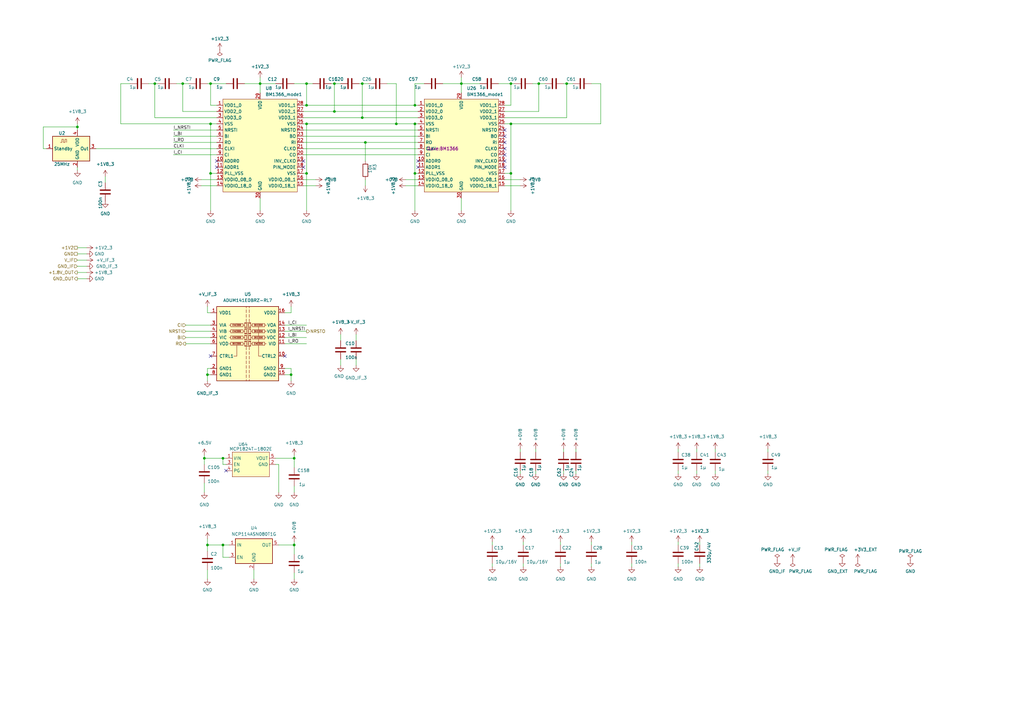
<source format=kicad_sch>
(kicad_sch (version 20231120) (generator "eeschema") (generator_version "8.0")
  (paper "A3")
  (lib_symbols
    (symbol "Device:C" (pin_numbers hide) (pin_names (offset 0.254))
      (property "Reference" "C" (at 0.635 2.54 0))
      (property "Value" "C" (at 0.635 -2.54 0))
      (symbol "C_1_1"
        (pin passive line (at 0 3.81 270) (length 2.794) (name "~") (number "1"))
        (pin passive line (at 0 -3.81 90) (length 2.794) (name "~") (number "2"))
      )
    )
    (symbol "Device:R" (pin_numbers hide) (pin_names (offset 0))
      (property "Reference" "R" (at 2.032 0 90))
      (property "Value" "R" (at 0 0 90))
      (symbol "R_1_1"
        (pin passive line (at 0 3.81 270) (length 1.27) (name "~") (number "1"))
        (pin passive line (at 0 -3.81 90) (length 1.27) (name "~") (number "2"))
      )
    )
    (symbol "GND_1" (power) (pin_names (offset 0))
      (property "Value" "GND_1" (at 0 -3.81 0))
      (symbol "GND_1_1_1"
        (pin power_in line (at 0 0 270) (length 0) hide (name "GND") (number "1"))
      )
    )
    (symbol "GND_2" (power) (pin_names (offset 0))
      (property "Value" "GND_2" (at 0 -3.81 0))
      (symbol "GND_2_1_1"
        (pin power_in line (at 0 0 270) (length 0) hide (name "GND") (number "1"))
      )
    )
    (symbol "GND_3" (power) (pin_names (offset 0))
      (property "Value" "GND_3" (at 0 -3.81 0))
      (symbol "GND_3_1_1"
        (pin power_in line (at 0 0 270) (length 0) hide (name "GND") (number "1"))
      )
    )
    (symbol "GND_5" (power) (pin_names (offset 0))
      (property "Value" "GND_5" (at 0 -3.81 0))
      (symbol "GND_5_1_1"
        (pin power_in line (at 0 0 270) (length 0) hide (name "GND") (number "1"))
      )
    )
    (symbol "GND_7" (power) (pin_names (offset 0))
      (property "Value" "GND_7" (at 0 -3.81 0))
      (symbol "GND_7_1_1"
        (pin power_in line (at 0 0 270) (length 0) hide (name "GND") (number "1"))
      )
    )
    (symbol "GND_8" (power) (pin_names (offset 0))
      (property "Value" "GND_8" (at 0 -3.81 0))
      (symbol "GND_8_1_1"
        (pin power_in line (at 0 0 270) (length 0) hide (name "GND") (number "1"))
      )
    )
    (symbol "Isolator:ADuM1411" (pin_names (offset 1.016))
      (property "Reference" "U" (at 0 19.05 0))
      (property "Value" "ADuM1411" (at 0 16.51 0))
      (symbol "ADuM1411_0_0"
        (text "DECODE" (at -4.445 0 0) (effects (font (size 0.635 0.635))))
        (text "DECODE" (at 4.445 2.54 0) (effects (font (size 0.635 0.635))))
        (text "DECODE" (at 4.445 5.08 0) (effects (font (size 0.635 0.635))))
        (text "DECODE" (at 4.445 7.62 0) (effects (font (size 0.635 0.635))))
        (text "ENCODE" (at -4.445 2.54 0) (effects (font (size 0.635 0.635))))
        (text "ENCODE" (at -4.445 5.08 0) (effects (font (size 0.635 0.635))))
        (text "ENCODE" (at -4.445 7.62 0) (effects (font (size 0.635 0.635))))
        (text "ENCODE" (at 4.445 0 0) (effects (font (size 0.635 0.635))))
      )
      (symbol "ADuM1411_1_1"
        (pin power_in line (at -15.24 12.7 0) (length 2.54) (name "VDD1") (number "1"))
        (pin input line (at 15.24 -5.08 180) (length 2.54) (name "CTRL2") (number "10"))
        (pin input line (at 15.24 0 180) (length 2.54) (name "VID") (number "11"))
        (pin output line (at 15.24 2.54 180) (length 2.54) (name "VOC") (number "12"))
        (pin output line (at 15.24 5.08 180) (length 2.54) (name "VOB") (number "13"))
        (pin output line (at 15.24 7.62 180) (length 2.54) (name "VOA") (number "14"))
        (pin power_in line (at 15.24 -12.7 180) (length 2.54) (name "GND2") (number "15"))
        (pin power_in line (at 15.24 12.7 180) (length 2.54) (name "VDD2") (number "16"))
        (pin power_in line (at -15.24 -10.16 0) (length 2.54) (name "GND1") (number "2"))
        (pin input line (at -15.24 7.62 0) (length 2.54) (name "VIA") (number "3"))
        (pin input line (at -15.24 5.08 0) (length 2.54) (name "VIB") (number "4"))
        (pin input line (at -15.24 2.54 0) (length 2.54) (name "VIC") (number "5"))
        (pin output line (at -15.24 0 0) (length 2.54) (name "VOD") (number "6"))
        (pin input line (at -15.24 -5.08 0) (length 2.54) (name "CTRL1") (number "7"))
        (pin power_in line (at -15.24 -12.7 0) (length 2.54) (name "GND1") (number "8"))
        (pin power_in line (at 15.24 -10.16 180) (length 2.54) (name "GND2") (number "9"))
      )
    )
    (symbol "Oscillator:ASDMB-xxxMHz"
      (property "Reference" "U" (at -6.35 6.35 0))
      (property "Value" "ASDMB-xxxMHz" (at 11.43 6.35 0))
      (symbol "ASDMB-xxxMHz_1_1"
        (pin input line (at -10.16 0 0) (length 2.54) (name "Standby") (number "1"))
        (pin power_in line (at 2.54 -7.62 90) (length 2.54) (name "GND") (number "2"))
        (pin output line (at 10.16 0 180) (length 2.54) (name "Out") (number "3"))
        (pin power_in line (at 2.54 7.62 270) (length 2.54) (name "VDD") (number "4"))
      )
    )
    (symbol "bitaxe:MCP1824"
      (property "Reference" "U7" (at -3.175 6.985 0))
      (property "Value" "MCP1824T-1802E" (at 0 5.08 0))
      (symbol "MCP1824_1_0"
        (pin power_in line (at -10.16 1.27 0) (length 2.54) (name "VIN") (number "1"))
        (pin power_in line (at 10.16 -1.27 180) (length 2.54) (name "GND") (number "2"))
        (pin input line (at -10.16 -1.27 0) (length 2.54) (name "EN") (number "3"))
        (pin bidirectional line (at -10.16 -3.81 0) (length 2.54) (name "PG") (number "4"))
        (pin power_out line (at 10.16 1.27 180) (length 2.54) (name "VOUT") (number "5"))
      )
    )
    (symbol "mylib7:+0V8_3" (in_bom no) (on_board no)
      (property "Value" "+0V8" (at 0 3.175 90))
      (symbol "+0V8_3_1_1"
        (pin power_in line (at 0 0 90) (length 0) hide (name "+0V8_3") (number "1"))
      )
    )
    (symbol "mylib7:+1V2_3" (power) (pin_names (offset 0))
      (property "Value" "+1V2_3" (at 0 4.445 0))
      (symbol "+1V2_3_1_1"
        (pin power_in line (at 0 0 90) (length 0) hide (name "+1V2_3") (number "1"))
      )
    )
    (symbol "mylib7:+1V8_3" (power) (pin_names (offset 0))
      (property "Value" "+1V8_3" (at 0 5.08 0))
      (symbol "+1V8_3_1_1"
        (pin power_in line (at 0 0 90) (length 0) hide (name "+1V8_3") (number "1"))
      )
    )
    (symbol "mylib7:+3V3_EXT" (power) (pin_names (offset 0))
      (property "Value" "+3V3_EXT" (at 0 4.445 0))
      (symbol "+3V3_EXT_1_1"
        (pin power_in line (at 0 0 90) (length 0) hide (name "+3V3_EXT") (number "1"))
      )
    )
    (symbol "mylib7:+6.5V" (power) (pin_names (offset 0))
      (property "Value" "+6.5V" (at 0 4.445 0))
      (symbol "+6.5V_1_1"
        (pin power_in line (at 0 0 90) (length 0) hide (name "+5V") (number "1"))
      )
    )
    (symbol "mylib7:+V_IF" (power) (pin_names (offset 0))
      (property "Value" "+V_IF" (at 0 5.08 0))
      (symbol "+V_IF_1_1"
        (pin power_in line (at 0 0 90) (length 0) hide (name "+V_IF") (number "1"))
      )
    )
    (symbol "mylib7:+V_IF_3" (power) (pin_names (offset 0))
      (property "Value" "+V_IF_3" (at 0 5.08 0))
      (symbol "+V_IF_3_1_1"
        (pin power_in line (at 0 0 90) (length 0) hide (name "+V_IF_2") (number "1"))
      )
    )
    (symbol "mylib7:BM1366_mode1"
      (property "Reference" "U8" (at 1.9559 24.13 0))
      (property "Value" "BM1366_mode1" (at 1.9559 21.59 0))
      (symbol "BM1366_mode1_1_1"
        (pin input line (at -17.78 17.78 0) (length 2.54) (name "VDD1_0") (number "1"))
        (pin input line (at -17.78 -5.08 0) (length 2.54) (name "ADDR0") (number "10"))
        (pin input line (at -17.78 -7.62 0) (length 2.54) (name "ADDR1") (number "11"))
        (pin power_in line (at -17.78 -10.16 0) (length 2.54) (name "PLL_VSS") (number "12"))
        (pin power_in line (at -17.78 -12.7 0) (length 2.54) (name "VDDIO_08_0") (number "13"))
        (pin power_in line (at -17.78 -15.24 0) (length 2.54) (name "VDDIO_18_0") (number "14"))
        (pin power_in line (at 17.78 -15.24 180) (length 2.54) (name "VDDIO_18_1") (number "15"))
        (pin power_in line (at 17.78 -12.7 180) (length 2.54) (name "VDDIO_08_1") (number "16"))
        (pin power_in line (at 17.78 -10.16 180) (length 2.54) (name "VSS") (number "17"))
        (pin input line (at 17.78 -7.62 180) (length 2.54) (name "PIN_MODE") (number "18"))
        (pin input line (at 17.78 -5.08 180) (length 2.54) (name "INV_CLKO") (number "19"))
        (pin input line (at -17.78 15.24 0) (length 2.54) (name "VDD2_0") (number "2"))
        (pin output line (at 17.78 -2.54 180) (length 2.54) (name "CO") (number "20"))
        (pin output line (at 17.78 0 180) (length 2.54) (name "CLKO") (number "21"))
        (pin input line (at 17.78 2.54 180) (length 2.54) (name "RI") (number "22"))
        (pin output line (at 17.78 5.08 180) (length 2.54) (name "BO") (number "23"))
        (pin output line (at 17.78 7.62 180) (length 2.54) (name "NRSTO") (number "24"))
        (pin input line (at 17.78 10.16 180) (length 2.54) (name "VSS") (number "25"))
        (pin input line (at 17.78 12.7 180) (length 2.54) (name "VDD3_1") (number "26"))
        (pin input line (at 17.78 15.24 180) (length 2.54) (name "VDD2_1") (number "27"))
        (pin input line (at 17.78 17.78 180) (length 2.54) (name "VDD1_1") (number "28"))
        (pin power_in line (at 0 22.86 270) (length 2.54) (name "VDD") (number "29"))
        (pin input line (at -17.78 12.7 0) (length 2.54) (name "VDD3_0") (number "3"))
        (pin power_in line (at 0 -20.32 90) (length 2.54) (name "GND") (number "30"))
        (pin input line (at -17.78 10.16 0) (length 2.54) (name "VSS") (number "4"))
        (pin input line (at -17.78 7.62 0) (length 2.54) (name "NRSTI") (number "5"))
        (pin input line (at -17.78 5.08 0) (length 2.54) (name "BI") (number "6"))
        (pin output line (at -17.78 2.54 0) (length 2.54) (name "RO") (number "7"))
        (pin input line (at -17.78 0 0) (length 2.54) (name "CLKI") (number "8"))
        (pin input line (at -17.78 -2.54 0) (length 2.54) (name "CI") (number "9"))
      )
    )
    (symbol "mylib7:GND_EXT" (power) (pin_names (offset 0))
      (property "Value" "GND_EXT" (at 0 -5.08 0))
      (symbol "GND_EXT_1_1"
        (pin power_in line (at 0 0 270) (length 0) hide (name "GND_EXT") (number "1"))
      )
    )
    (symbol "mylib7:GND_IF" (power) (pin_names (offset 0))
      (property "Value" "GND_IF" (at 0 -5.08 0))
      (symbol "GND_IF_1_1"
        (pin power_in line (at 0 0 270) (length 0) hide (name "GND_IF") (number "1"))
      )
    )
    (symbol "mylib7:GND_IF_3" (power) (pin_names (offset 0))
      (property "Value" "GND_IF_3" (at 0 -5.08 0))
      (symbol "GND_IF_3_1_1"
        (pin power_in line (at 0 0 270) (length 0) hide (name "GND_IF_2") (number "1"))
      )
    )
    (symbol "mylib7:NCP114-SN"
      (property "Reference" "U4" (at 0 9.525 0))
      (property "Value" "NCP115-SN" (at 0 6.985 0))
      (symbol "NCP114-SN_1_1"
        (pin power_in line (at -10.16 2.54 0) (length 2.54) (name "IN") (number "1"))
        (pin power_in line (at 0 -7.62 90) (length 2.54) (name "GND") (number "2"))
        (pin input line (at -10.16 -2.54 0) (length 2.54) (name "EN") (number "3"))
        (pin power_out line (at 10.16 2.54 180) (length 2.54) (name "OUT") (number "5"))
      )
    )
    (symbol "power:GND" (power) (pin_names (offset 0))
      (property "Value" "GND" (at 0 -3.81 0))
      (symbol "GND_1_1"
        (pin power_in line (at 0 0 270) (length 0) hide (name "GND") (number "1"))
      )
    )
    (symbol "power:PWR_FLAG" (power) (pin_numbers hide) (pin_names (offset 0) hide)
      (property "Value" "PWR_FLAG" (at 0 3.81 0))
      (symbol "PWR_FLAG_0_0"
        (pin power_out line (at 0 0 90) (length 0) (name "pwr") (number "1"))
      )
    )
  )
  (junction (at 86.36 34.29))
  (junction (at 170.18 50.8))
  (junction (at 85.09 223.52) (diameter 0.9144))
  (junction (at 170.18 71.12))
  (junction (at 86.36 71.12))
  (junction (at 85.09 153.67))
  (junction (at 120.65 223.52) (diameter 0.9144))
  (junction (at 209.55 50.8))
  (junction (at 120.65 187.96))
  (junction (at 125.73 50.8))
  (junction (at 86.36 50.8))
  (junction (at 74.93 34.29))
  (junction (at 148.59 34.29))
  (junction (at 63.5 34.29))
  (junction (at 149.86 58.42))
  (junction (at 137.16 34.29))
  (junction (at 125.73 43.18))
  (junction (at 91.44 223.52))
  (junction (at 148.59 48.26))
  (junction (at 189.23 34.29))
  (junction (at 137.16 45.72))
  (junction (at 91.44 187.96))
  (junction (at 106.68 34.29))
  (junction (at 119.38 153.67))
  (junction (at 209.55 34.29))
  (junction (at 162.56 50.8))
  (junction (at 83.82 187.96) (diameter 0.9144))
  (junction (at 220.98 34.29))
  (junction (at 232.41 34.29))
  (junction (at 125.73 71.12))
  (junction (at 209.55 71.12))
  (junction (at 31.75 52.07))
  (junction (at 170.18 43.18))
  (junction (at 125.73 34.29))
  (no_connect (at 86.36 146.05))
  (no_connect (at 207.01 68.58))
  (no_connect (at 207.01 63.5))
  (no_connect (at 92.71 193.04))
  (no_connect (at 116.84 146.05))
  (no_connect (at 88.9 68.58))
  (no_connect (at 207.01 60.96))
  (no_connect (at 207.01 58.42))
  (no_connect (at 207.01 55.88))
  (no_connect (at 207.01 66.04))
  (no_connect (at 171.45 66.04))
  (no_connect (at 124.46 66.04))
  (no_connect (at 171.45 68.58))
  (no_connect (at 124.46 68.58))
  (no_connect (at 207.01 53.34))
  (no_connect (at 88.9 66.04))
  (wire (pts (xy 213.36 184.15) (xy 213.36 185.42)))
  (wire (pts (xy 93.98 228.6) (xy 91.44 228.6)))
  (wire (pts (xy 74.93 45.72) (xy 88.9 45.72)))
  (wire (pts (xy 86.36 135.89) (xy 76.2 135.89)))
  (wire (pts (xy 236.22 193.04) (xy 236.22 194.31)))
  (wire (pts (xy 170.18 34.29) (xy 173.99 34.29)))
  (wire (pts (xy 86.36 50.8) (xy 86.36 71.12)))
  (wire (pts (xy 71.12 63.5) (xy 88.9 63.5)))
  (wire (pts (xy 189.23 34.29) (xy 189.23 38.1)))
  (wire (pts (xy 229.87 222.25) (xy 229.87 223.52)))
  (wire (pts (xy 209.55 50.8) (xy 209.55 71.12)))
  (wire (pts (xy 49.53 50.8) (xy 49.53 34.29)))
  (wire (pts (xy 91.44 190.5) (xy 92.71 190.5)))
  (wire (pts (xy 146.05 147.32) (xy 146.05 149.86)))
  (wire (pts (xy 220.98 45.72) (xy 220.98 34.29)))
  (wire (pts (xy 287.02 231.14) (xy 287.02 232.41)))
  (wire (pts (xy 125.73 50.8) (xy 125.73 71.12)))
  (wire (pts (xy 85.09 34.29) (xy 86.36 34.29)))
  (wire (pts (xy 214.63 222.25) (xy 214.63 223.52)))
  (wire (pts (xy 166.37 73.66) (xy 171.45 73.66)))
  (wire (pts (xy 293.37 193.04) (xy 293.37 194.31)))
  (wire (pts (xy 207.01 71.12) (xy 209.55 71.12)))
  (wire (pts (xy 149.86 73.66) (xy 149.86 76.2)))
  (wire (pts (xy 231.14 193.04) (xy 231.14 194.31)))
  (wire (pts (xy 231.14 34.29) (xy 232.41 34.29)))
  (wire (pts (xy 76.2 138.43) (xy 86.36 138.43)))
  (wire (pts (xy 242.57 231.14) (xy 242.57 232.41)))
  (wire (pts (xy 85.09 233.68) (xy 85.09 237.49)))
  (wire (pts (xy 124.46 76.2) (xy 129.54 76.2)))
  (wire (pts (xy 86.36 43.18) (xy 88.9 43.18)))
  (wire (pts (xy 201.93 222.25) (xy 201.93 223.52)))
  (wire (pts (xy 189.23 34.29) (xy 196.85 34.29)))
  (wire (pts (xy 219.71 193.04) (xy 219.71 194.31)))
  (wire (pts (xy 74.93 45.72) (xy 74.93 34.29)))
  (wire (pts (xy 31.75 52.07) (xy 31.75 53.34)))
  (wire (pts (xy 106.68 81.28) (xy 106.68 86.36)))
  (wire (pts (xy 125.73 133.35) (xy 116.84 133.35)))
  (wire (pts (xy 86.36 50.8) (xy 49.53 50.8)))
  (wire (pts (xy 63.5 48.26) (xy 88.9 48.26)))
  (wire (pts (xy 285.75 193.04) (xy 285.75 194.31)))
  (wire (pts (xy 125.73 71.12) (xy 125.73 86.36)))
  (wire (pts (xy 85.09 151.13) (xy 85.09 153.67)))
  (wire (pts (xy 124.46 48.26) (xy 148.59 48.26)))
  (wire (pts (xy 91.44 223.52) (xy 91.44 228.6)))
  (wire (pts (xy 116.84 138.43) (xy 125.73 138.43)))
  (wire (pts (xy 74.93 34.29) (xy 77.47 34.29)))
  (wire (pts (xy 232.41 34.29) (xy 234.95 34.29)))
  (wire (pts (xy 149.86 58.42) (xy 171.45 58.42)))
  (wire (pts (xy 148.59 48.26) (xy 171.45 48.26)))
  (wire (pts (xy 148.59 34.29) (xy 151.13 34.29)))
  (wire (pts (xy 86.36 133.35) (xy 76.2 133.35)))
  (wire (pts (xy 120.65 223.52) (xy 120.65 227.33)))
  (wire (pts (xy 91.44 223.52) (xy 93.98 223.52)))
  (wire (pts (xy 293.37 184.15) (xy 293.37 185.42)))
  (wire (pts (xy 86.36 34.29) (xy 92.71 34.29)))
  (wire (pts (xy 116.84 151.13) (xy 119.38 151.13)))
  (wire (pts (xy 31.75 50.8) (xy 31.75 52.07)))
  (wire (pts (xy 85.09 128.27) (xy 85.09 125.73)))
  (wire (pts (xy 209.55 50.8) (xy 246.38 50.8)))
  (wire (pts (xy 72.39 34.29) (xy 74.93 34.29)))
  (wire (pts (xy 124.46 63.5) (xy 171.45 63.5)))
  (wire (pts (xy 209.55 34.29) (xy 210.82 34.29)))
  (wire (pts (xy 220.98 34.29) (xy 223.52 34.29)))
  (wire (pts (xy 278.13 193.04) (xy 278.13 194.31)))
  (wire (pts (xy 181.61 34.29) (xy 189.23 34.29)))
  (wire (pts (xy 104.14 233.68) (xy 104.14 237.49)))
  (wire (pts (xy 170.18 34.29) (xy 170.18 43.18)))
  (wire (pts (xy 207.01 50.8) (xy 209.55 50.8)))
  (wire (pts (xy 146.05 137.16) (xy 146.05 139.7)))
  (wire (pts (xy 86.36 151.13) (xy 85.09 151.13)))
  (wire (pts (xy 120.65 222.25) (xy 120.65 223.52)))
  (wire (pts (xy 259.08 231.14) (xy 259.08 232.41)))
  (wire (pts (xy 100.33 34.29) (xy 106.68 34.29)))
  (wire (pts (xy 189.23 31.75) (xy 189.23 34.29)))
  (wire (pts (xy 287.02 222.25) (xy 287.02 223.52)))
  (wire (pts (xy 125.73 50.8) (xy 162.56 50.8)))
  (wire (pts (xy 166.37 76.2) (xy 171.45 76.2)))
  (wire (pts (xy 31.75 101.6) (xy 35.56 101.6)))
  (wire (pts (xy 120.65 199.39) (xy 120.65 201.93)))
  (wire (pts (xy 207.01 43.18) (xy 209.55 43.18)))
  (wire (pts (xy 120.65 34.29) (xy 125.73 34.29)))
  (wire (pts (xy 116.84 128.27) (xy 119.38 128.27)))
  (wire (pts (xy 124.46 55.88) (xy 171.45 55.88)))
  (wire (pts (xy 71.12 58.42) (xy 88.9 58.42)))
  (wire (pts (xy 125.73 135.89) (xy 116.84 135.89)))
  (wire (pts (xy 207.01 73.66) (xy 213.36 73.66)))
  (wire (pts (xy 86.36 128.27) (xy 85.09 128.27)))
  (wire (pts (xy 124.46 43.18) (xy 125.73 43.18)))
  (wire (pts (xy 85.09 223.52) (xy 85.09 226.06)))
  (wire (pts (xy 91.44 190.5) (xy 91.44 187.96)))
  (wire (pts (xy 204.47 34.29) (xy 209.55 34.29)))
  (wire (pts (xy 71.12 55.88) (xy 88.9 55.88)))
  (wire (pts (xy 285.75 185.42) (xy 285.75 184.15)))
  (wire (pts (xy 31.75 114.3) (xy 35.56 114.3)))
  (wire (pts (xy 114.3 190.5) (xy 114.3 201.93)))
  (wire (pts (xy 137.16 45.72) (xy 137.16 34.29)))
  (wire (pts (xy 124.46 50.8) (xy 125.73 50.8)))
  (wire (pts (xy 170.18 50.8) (xy 170.18 71.12)))
  (wire (pts (xy 207.01 76.2) (xy 213.36 76.2)))
  (wire (pts (xy 119.38 128.27) (xy 119.38 125.73)))
  (wire (pts (xy 88.9 50.8) (xy 86.36 50.8)))
  (wire (pts (xy 124.46 58.42) (xy 149.86 58.42)))
  (wire (pts (xy 125.73 43.18) (xy 170.18 43.18)))
  (wire (pts (xy 106.68 34.29) (xy 113.03 34.29)))
  (wire (pts (xy 170.18 43.18) (xy 171.45 43.18)))
  (wire (pts (xy 125.73 140.97) (xy 116.84 140.97)))
  (wire (pts (xy 149.86 58.42) (xy 149.86 66.04)))
  (wire (pts (xy 86.36 71.12) (xy 86.36 86.36)))
  (wire (pts (xy 119.38 151.13) (xy 119.38 153.67)))
  (wire (pts (xy 201.93 231.14) (xy 201.93 232.41)))
  (wire (pts (xy 231.14 184.15) (xy 231.14 185.42)))
  (wire (pts (xy 91.44 187.96) (xy 92.71 187.96)))
  (wire (pts (xy 124.46 73.66) (xy 129.54 73.66)))
  (wire (pts (xy 229.87 231.14) (xy 229.87 232.41)))
  (wire (pts (xy 82.55 76.2) (xy 88.9 76.2)))
  (wire (pts (xy 120.65 187.96) (xy 120.65 191.77)))
  (wire (pts (xy 85.09 220.98) (xy 85.09 223.52)))
  (wire (pts (xy 218.44 34.29) (xy 220.98 34.29)))
  (wire (pts (xy 242.57 222.25) (xy 242.57 223.52)))
  (wire (pts (xy 162.56 50.8) (xy 162.56 34.29)))
  (wire (pts (xy 314.96 185.42) (xy 314.96 184.15)))
  (wire (pts (xy 170.18 71.12) (xy 170.18 86.36)))
  (wire (pts (xy 171.45 50.8) (xy 170.18 50.8)))
  (wire (pts (xy 209.55 71.12) (xy 209.55 86.36)))
  (wire (pts (xy 124.46 60.96) (xy 171.45 60.96)))
  (wire (pts (xy 31.75 52.07) (xy 17.78 52.07)))
  (wire (pts (xy 49.53 34.29) (xy 53.34 34.29)))
  (wire (pts (xy 119.38 153.67) (xy 116.84 153.67)))
  (wire (pts (xy 85.09 223.52) (xy 91.44 223.52)))
  (wire (pts (xy 148.59 48.26) (xy 148.59 34.29)))
  (wire (pts (xy 139.7 137.16) (xy 139.7 139.7)))
  (wire (pts (xy 106.68 31.75) (xy 106.68 34.29)))
  (wire (pts (xy 236.22 184.15) (xy 236.22 185.42)))
  (wire (pts (xy 17.78 60.96) (xy 19.05 60.96)))
  (wire (pts (xy 86.36 71.12) (xy 88.9 71.12)))
  (wire (pts (xy 31.75 104.14) (xy 35.56 104.14)))
  (wire (pts (xy 246.38 50.8) (xy 246.38 34.29)))
  (wire (pts (xy 85.09 153.67) (xy 85.09 156.21)))
  (wire (pts (xy 147.32 34.29) (xy 148.59 34.29)))
  (wire (pts (xy 114.3 190.5) (xy 113.03 190.5)))
  (wire (pts (xy 63.5 48.26) (xy 63.5 34.29)))
  (wire (pts (xy 120.65 234.95) (xy 120.65 237.49)))
  (wire (pts (xy 219.71 184.15) (xy 219.71 185.42)))
  (wire (pts (xy 31.75 106.68) (xy 35.56 106.68)))
  (wire (pts (xy 232.41 48.26) (xy 232.41 34.29)))
  (wire (pts (xy 63.5 34.29) (xy 64.77 34.29)))
  (wire (pts (xy 120.65 186.69) (xy 120.65 187.96)))
  (wire (pts (xy 189.23 81.28) (xy 189.23 86.36)))
  (wire (pts (xy 82.55 73.66) (xy 88.9 73.66)))
  (wire (pts (xy 86.36 153.67) (xy 85.09 153.67)))
  (wire (pts (xy 259.08 222.25) (xy 259.08 223.52)))
  (wire (pts (xy 113.03 187.96) (xy 120.65 187.96)))
  (wire (pts (xy 86.36 34.29) (xy 86.36 43.18)))
  (wire (pts (xy 135.89 34.29) (xy 137.16 34.29)))
  (wire (pts (xy 207.01 48.26) (xy 232.41 48.26)))
  (wire (pts (xy 31.75 109.22) (xy 35.56 109.22)))
  (wire (pts (xy 125.73 34.29) (xy 128.27 34.29)))
  (wire (pts (xy 137.16 45.72) (xy 171.45 45.72)))
  (wire (pts (xy 83.82 198.12) (xy 83.82 201.93)))
  (wire (pts (xy 60.96 34.29) (xy 63.5 34.29)))
  (wire (pts (xy 314.96 193.04) (xy 314.96 194.31)))
  (wire (pts (xy 39.37 60.96) (xy 88.9 60.96)))
  (wire (pts (xy 124.46 53.34) (xy 171.45 53.34)))
  (wire (pts (xy 17.78 52.07) (xy 17.78 60.96)))
  (wire (pts (xy 170.18 71.12) (xy 171.45 71.12)))
  (wire (pts (xy 71.12 53.34) (xy 88.9 53.34)))
  (wire (pts (xy 31.75 68.58) (xy 31.75 69.85)))
  (wire (pts (xy 83.82 186.69) (xy 83.82 187.96)))
  (wire (pts (xy 162.56 34.29) (xy 158.75 34.29)))
  (wire (pts (xy 114.3 223.52) (xy 120.65 223.52)))
  (wire (pts (xy 83.82 187.96) (xy 83.82 190.5)))
  (wire (pts (xy 125.73 43.18) (xy 125.73 34.29)))
  (wire (pts (xy 119.38 153.67) (xy 119.38 156.21)))
  (wire (pts (xy 31.75 111.76) (xy 35.56 111.76)))
  (wire (pts (xy 213.36 193.04) (xy 213.36 194.31)))
  (wire (pts (xy 106.68 34.29) (xy 106.68 38.1)))
  (wire (pts (xy 43.18 72.39) (xy 43.18 74.93)))
  (wire (pts (xy 207.01 45.72) (xy 220.98 45.72)))
  (wire (pts (xy 278.13 185.42) (xy 278.13 184.15)))
  (wire (pts (xy 83.82 187.96) (xy 91.44 187.96)))
  (wire (pts (xy 124.46 45.72) (xy 137.16 45.72)))
  (wire (pts (xy 86.36 140.97) (xy 76.2 140.97)))
  (wire (pts (xy 209.55 43.18) (xy 209.55 34.29)))
  (wire (pts (xy 278.13 231.14) (xy 278.13 232.41)))
  (wire (pts (xy 124.46 71.12) (xy 125.73 71.12)))
  (wire (pts (xy 137.16 34.29) (xy 139.7 34.29)))
  (wire (pts (xy 139.7 147.32) (xy 139.7 149.86)))
  (wire (pts (xy 246.38 34.29) (xy 242.57 34.29)))
  (wire (pts (xy 214.63 231.14) (xy 214.63 232.41)))
  (wire (pts (xy 278.13 222.25) (xy 278.13 223.52)))
  (wire (pts (xy 162.56 50.8) (xy 170.18 50.8)))
  (label "I_BI" (at 118.11 138.43 0))
  (label "I_NRSTI" (at 118.11 135.89 0))
  (label "I_NRSTI" (at 71.12 53.34 0))
  (label "I_CI" (at 118.11 133.35 0))
  (label "I_BI" (at 71.12 55.88 0))
  (label "CLKI" (at 71.12 60.96 0))
  (label "I_RO" (at 118.11 140.97 0))
  (label "I_RO" (at 71.12 58.42 0))
  (label "I_CI" (at 71.12 63.5 0))
  (hierarchical_label "GND_OUT" (shape output) (at 31.75 114.3 180))
  (hierarchical_label "NRSTI" (shape input) (at 76.2 135.89 180))
  (hierarchical_label "+1.8V_OUT" (shape output) (at 31.75 111.76 180))
  (hierarchical_label "V_IF" (shape input) (at 31.75 106.68 180))
  (hierarchical_label "GND_IF" (shape input) (at 31.75 109.22 180))
  (hierarchical_label "CI" (shape input) (at 76.2 133.35 180))
  (hierarchical_label "NRSTO" (shape output) (at 125.73 135.89 0))
  (hierarchical_label "RO" (shape output) (at 76.2 140.97 180))
  (hierarchical_label "BI" (shape input) (at 76.2 138.43 180))
  (hierarchical_label "GND" (shape passive) (at 31.75 104.14 180))
  (hierarchical_label "+1V2" (shape passive) (at 31.75 101.6 180))
  (symbol (lib_id "power:GND") (at 236.22 194.31 0) (mirror y) (unit 1)
    (property "Reference" "#PWR08049" (effects (hide yes)))
    (property "Value" "GND" (at 236.22 198.755 0))
  )
  (symbol (lib_id "power:GND") (at 278.13 194.31 0) (mirror y) (unit 1)
    (property "Reference" "#PWR08078" (effects (hide yes)))
    (property "Value" "GND" (at 278.13 198.755 0))
  )
  (symbol (lib_id "Device:C") (at 287.02 227.33 0) (unit 1)
    (property "Reference" "C42" (at 285.75 226.06 90) (effects (justify left)))
    (property "Value" "330µ/4V" (at 290.83 231.14 90) (effects (justify left)))
    (property "Footprint" "Capacitor_SMD:C_1210_3225Metric" (effects (hide yes)))
    (property "Distributor" "D" (effects (hide yes)))
    (property "Manufacturer" "GRM32ER60G337ME05K" (effects (hide yes)))
    (property "OrderNr" "490-GRM32ER60G337ME05KCT-ND" (effects (hide yes)))
  )
  (symbol (lib_id "power:GND") (at 219.71 194.31 0) (mirror y) (unit 1)
    (property "Reference" "#PWR08039" (effects (hide yes)))
    (property "Value" "GND" (at 219.71 198.755 0))
  )
  (symbol (lib_id "Device:C") (at 68.58 34.29 90) (unit 1)
    (property "Reference" "C5" (at 66.04 31.75 90) (effects (justify left bottom)))
    (property "Value" "1µ" (at 67.31 34.925 90) (effects (justify left bottom)))
    (property "Footprint" "Capacitor_SMD:C_0805_2012Metric" (effects (hide yes)))
  )
  (symbol (lib_id "Device:C") (at 314.96 189.23 0) (unit 1)
    (property "Reference" "C49" (at 316.23 187.325 0) (effects (justify left bottom)))
    (property "Value" "1µ" (at 316.23 192.405 0) (effects (justify left bottom)))
    (property "Footprint" "Capacitor_SMD:C_0805_2012Metric" (effects (hide yes)))
  )
  (symbol (lib_id "Device:C") (at 57.15 34.29 90) (unit 1)
    (property "Reference" "C4" (at 54.61 31.75 90) (effects (justify left bottom)))
    (property "Value" "1µ" (at 55.88 34.925 90) (effects (justify left bottom)))
    (property "Footprint" "Capacitor_SMD:C_0805_2012Metric" (effects (hide yes)))
  )
  (symbol (lib_id "mylib7:+0V8_3") (at 213.36 184.15 0) (unit 1) (in_bom no) (on_board no)
    (property "Reference" "U10" (effects (hide yes)))
    (property "Value" "+0V8" (at 213.36 180.975 90) (effects (justify left)))
    (property "Distributor" "-" (effects (hide yes)))
  )
  (symbol (lib_id "mylib7:+1V8_3") (at 35.56 111.76 270) (mirror x) (unit 1)
    (property "Reference" "#PWR08017" (effects (hide yes)))
    (property "Value" "+1V8_3" (at 38.735 111.76 90) (effects (justify left)))
  )
  (symbol (lib_id "mylib7:+0V8_3") (at 236.22 184.15 0) (unit 1) (in_bom no) (on_board no)
    (property "Reference" "U14" (effects (hide yes)))
    (property "Value" "+0V8" (at 236.22 180.975 90) (effects (justify left)))
    (property "Distributor" "-" (effects (hide yes)))
  )
  (symbol (lib_id "mylib7:+0V8_3") (at 219.71 184.15 0) (unit 1) (in_bom no) (on_board no)
    (property "Reference" "U11" (effects (hide yes)))
    (property "Value" "+0V8" (at 219.71 180.975 90) (effects (justify left)))
    (property "Distributor" "-" (effects (hide yes)))
  )
  (symbol (lib_id "mylib7:BM1366_mode1") (at 189.23 60.96 0) (unit 1)
    (property "Reference" "U26" (at 191.4241 36.195 0) (effects (justify left)))
    (property "Value" "BM1366_mode1" (at 191.4241 38.735 0) (effects (justify left)))
    (property "Footprint" "Qaxe:BM1366" (at 181.61 60.96 0))
    (property "Distributor" "X" (effects (hide yes)))
  )
  (symbol (lib_id "Device:C") (at 201.93 227.33 0) (unit 1)
    (property "Reference" "C13" (at 202.565 225.425 0) (effects (justify left bottom)))
    (property "Value" "10µ/16V" (at 203.2 231.14 0) (effects (justify left bottom)))
    (property "Footprint" "Capacitor_SMD:C_0805_2012Metric" (effects (hide yes)))
  )
  (symbol (lib_id "power:PWR_FLAG") (at 318.77 229.87 0) (unit 1)
    (property "Reference" "#FLG08003" (effects (hide yes)))
    (property "Value" "PWR_FLAG" (at 316.865 225.425 0))
  )
  (symbol (lib_id "mylib7:GND_IF_3") (at 35.56 109.22 90) (unit 1)
    (property "Reference" "#PWR0372" (effects (hide yes)))
    (property "Value" "GND_IF_3" (at 39.37 109.2199 90) (effects (justify right)))
  )
  (symbol (lib_name "GND_7") (lib_id "power:GND") (at 259.08 232.41 0) (unit 1)
    (property "Reference" "#PWR08066" (effects (hide yes)))
    (property "Value" "GND" (at 259.08 237.49 0))
  )
  (symbol (lib_name "GND_3") (lib_id "power:GND") (at 31.75 69.85 0) (unit 1)
    (property "Reference" "#PWR08002" (effects (hide yes)))
    (property "Value" "GND" (at 31.75 74.93 0))
  )
  (symbol (lib_id "mylib7:+1V2_3") (at 287.02 222.25 0) (unit 1)
    (property "Reference" "#PWR08085" (effects (hide yes)))
    (property "Value" "+1V2_3" (at 287.02 217.805 0))
  )
  (symbol (lib_id "Device:C") (at 120.65 195.58 0) (unit 1)
    (property "Reference" "C158" (at 121.92 193.675 0) (effects (justify left bottom)))
    (property "Value" "1µ" (at 122.555 199.39 0) (effects (justify left bottom)))
    (property "Footprint" "Capacitor_SMD:C_0805_2012Metric" (effects (hide yes)))
  )
  (symbol (lib_id "mylib7:+6.5V") (at 83.82 186.69 0) (unit 1)
    (property "Reference" "#PWR0272" (effects (hide yes)))
    (property "Value" "+6.5V" (at 83.82 181.61 0))
  )
  (symbol (lib_id "Device:C") (at 238.76 34.29 90) (unit 1)
    (property "Reference" "C61" (at 236.22 31.75 90) (effects (justify left bottom)))
    (property "Value" "1µ" (at 237.49 34.925 90) (effects (justify left bottom)))
    (property "Footprint" "Capacitor_SMD:C_0805_2012Metric" (effects (hide yes)))
  )
  (symbol (lib_id "power:PWR_FLAG") (at 345.44 229.87 0) (unit 1)
    (property "Reference" "#FLG08005" (effects (hide yes)))
    (property "Value" "PWR_FLAG" (at 342.9 225.425 0))
  )
  (symbol (lib_id "Device:C") (at 285.75 189.23 0) (unit 1)
    (property "Reference" "C41" (at 287.02 187.325 0) (effects (justify left bottom)))
    (property "Value" "1µ" (at 287.02 192.405 0) (effects (justify left bottom)))
    (property "Footprint" "Capacitor_SMD:C_0805_2012Metric" (effects (hide yes)))
  )
  (symbol (lib_name "GND_1") (lib_id "power:GND") (at 35.56 114.3 90) (unit 1)
    (property "Reference" "#PWR08018" (effects (hide yes)))
    (property "Value" "GND" (at 38.735 114.3 90) (effects (justify right)))
  )
  (symbol (lib_id "power:GND") (at 120.65 237.49 0) (mirror y) (unit 1)
    (property "Reference" "#PWR08014" (effects (hide yes)))
    (property "Value" "GND" (at 120.65 241.935 0))
  )
  (symbol (lib_id "mylib7:+1V2_3") (at 106.68 31.75 0) (unit 1)
    (property "Reference" "#PWR08024" (effects (hide yes)))
    (property "Value" "+1V2_3" (at 106.68 27.305 0))
  )
  (symbol (lib_id "mylib7:+V_IF_3") (at 146.05 137.16 0) (unit 1)
    (property "Reference" "#PWR0338" (effects (hide yes)))
    (property "Value" "+V_IF_3" (at 146.05 132.08 0))
  )
  (symbol (lib_id "mylib7:+1V8_3") (at 285.75 184.15 0) (unit 1)
    (property "Reference" "#PWR08083" (effects (hide yes)))
    (property "Value" "+1V8_3" (at 285.75 179.07 0))
  )
  (symbol (lib_id "mylib7:NCP114-SN") (at 104.14 226.06 0) (unit 1)
    (property "Reference" "U4" (at 104.14 216.535 0))
    (property "Value" "NCP114ASN080T1G" (at 104.14 219.075 0))
    (property "Footprint" "Package_TO_SOT_SMD:SOT-23-5" (effects (hide yes)))
    (property "Distributor" "D" (effects (hide yes)))
    (property "Manufacturer" "NCP114ASN080T1G" (effects (hide yes)))
    (property "OrderNr" "488-NCP114ASN080T1GCT-ND" (effects (hide yes)))
  )
  (symbol (lib_id "mylib7:+V_IF_3") (at 85.09 125.73 0) (unit 1)
    (property "Reference" "#PWR0337" (effects (hide yes)))
    (property "Value" "+V_IF_3" (at 85.09 120.65 0))
  )
  (symbol (lib_id "mylib7:+1V2_3") (at 214.63 222.25 0) (unit 1)
    (property "Reference" "#PWR08037" (effects (hide yes)))
    (property "Value" "+1V2_3" (at 214.63 217.805 0))
  )
  (symbol (lib_id "mylib7:+1V8_3") (at 166.37 76.2 90) (unit 1)
    (property "Reference" "#PWR08118" (effects (hide yes)))
    (property "Value" "+1V8_3" (at 161.29 76.2 0))
  )
  (symbol (lib_name "GND_7") (lib_id "power:GND") (at 229.87 232.41 0) (unit 1)
    (property "Reference" "#PWR08045" (effects (hide yes)))
    (property "Value" "GND" (at 229.87 237.49 0))
  )
  (symbol (lib_id "power:GND") (at 293.37 194.31 0) (mirror y) (unit 1)
    (property "Reference" "#PWR08090" (effects (hide yes)))
    (property "Value" "GND" (at 293.37 198.755 0))
  )
  (symbol (lib_id "mylib7:+1V8_3") (at 120.65 186.69 0) (unit 1)
    (property "Reference" "#PWR0386" (effects (hide yes)))
    (property "Value" "+1V8_3" (at 120.65 181.61 0))
  )
  (symbol (lib_id "power:GND") (at 170.18 86.36 0) (mirror y) (unit 1)
    (property "Reference" "#PWR08119" (effects (hide yes)))
    (property "Value" "GND" (at 170.18 90.805 0))
  )
  (symbol (lib_name "GND_8") (lib_id "power:GND") (at 373.38 229.87 0) (unit 1)
    (property "Reference" "#PWR08110" (effects (hide yes)))
    (property "Value" "GND" (at 373.38 234.315 0))
  )
  (symbol (lib_id "mylib7:+1V2_3") (at 35.56 101.6 270) (unit 1)
    (property "Reference" "#PWR08024" (effects (hide yes)))
    (property "Value" "+1V2_3" (at 38.735 101.6 90) (effects (justify left)))
  )
  (symbol (lib_id "Device:C") (at 177.8 34.29 90) (unit 1)
    (property "Reference" "C57" (at 171.45 31.75 90) (effects (justify left bottom)))
    (property "Value" "1µ" (at 172.72 34.925 90) (effects (justify left bottom)))
    (property "Footprint" "Capacitor_SMD:C_0805_2012Metric" (effects (hide yes)))
  )
  (symbol (lib_id "mylib7:GND_IF_3") (at 85.09 156.21 0) (unit 1)
    (property "Reference" "#PWR0373" (effects (hide yes)))
    (property "Value" "GND_IF_3" (at 85.09 161.29 0))
  )
  (symbol (lib_id "mylib7:+V_IF") (at 325.12 229.87 0) (unit 1)
    (property "Reference" "#PWR08101" (effects (hide yes)))
    (property "Value" "+V_IF" (at 325.755 225.425 0))
  )
  (symbol (lib_id "power:PWR_FLAG") (at 373.38 229.87 0) (unit 1)
    (property "Reference" "#FLG08007" (effects (hide yes)))
    (property "Value" "PWR_FLAG" (at 373.38 226.06 0))
  )
  (symbol (lib_id "power:GND") (at 139.7 149.86 0) (mirror y) (unit 1)
    (property "Reference" "#PWR08023" (effects (hide yes)))
    (property "Value" "GND" (at 139.065 154.305 0))
  )
  (symbol (lib_id "mylib7:+1V8_3") (at 213.36 76.2 270) (unit 1)
    (property "Reference" "#PWR08123" (effects (hide yes)))
    (property "Value" "+1V8_3" (at 218.44 76.2 0))
  )
  (symbol (lib_name "GND_5") (lib_id "power:GND") (at 120.65 201.93 0) (unit 1)
    (property "Reference" "#PWR0273" (effects (hide yes)))
    (property "Value" "GND" (at 120.65 207.01 0))
  )
  (symbol (lib_id "mylib7:+0V8_3") (at 166.37 73.66 90) (unit 1) (in_bom no) (on_board no)
    (property "Reference" "U25" (effects (hide yes)))
    (property "Value" "+0V8" (at 163.195 73.66 90) (effects (justify left)))
    (property "Distributor" "-" (effects (hide yes)))
  )
  (symbol (lib_id "mylib7:+0V8_3") (at 213.36 73.66 270) (unit 1) (in_bom no) (on_board no)
    (property "Reference" "U27" (effects (hide yes)))
    (property "Value" "+0V8" (at 216.535 73.66 90) (effects (justify left)))
    (property "Distributor" "-" (effects (hide yes)))
  )
  (symbol (lib_id "mylib7:+0V8_3") (at 120.65 222.25 0) (unit 1) (in_bom no) (on_board no)
    (property "Reference" "U6" (effects (hide yes)))
    (property "Value" "+0V8" (at 120.65 219.075 90) (effects (justify left)))
    (property "Distributor" "-" (effects (hide yes)))
  )
  (symbol (lib_id "Device:C") (at 242.57 227.33 0) (unit 1)
    (property "Reference" "C28" (at 243.205 225.425 0) (effects (justify left bottom)))
    (property "Value" "1µ" (at 243.84 231.14 0) (effects (justify left bottom)))
    (property "Footprint" "Capacitor_SMD:C_0805_2012Metric" (effects (hide yes)))
  )
  (symbol (lib_id "mylib7:+1V8_3") (at 43.18 72.39 0) (unit 1)
    (property "Reference" "#PWR08007" (effects (hide yes)))
    (property "Value" "+1V8_3" (at 43.18 67.31 0))
  )
  (symbol (lib_id "mylib7:+V_IF_3") (at 35.56 106.68 270) (unit 1)
    (property "Reference" "#PWR0323" (effects (hide yes)))
    (property "Value" "+V_IF_3" (at 39.37 106.6799 90) (effects (justify left)))
  )
  (symbol (lib_id "power:GND") (at 314.96 194.31 0) (mirror y) (unit 1)
    (property "Reference" "#PWR08099" (effects (hide yes)))
    (property "Value" "GND" (at 314.96 198.755 0))
  )
  (symbol (lib_id "power:GND") (at 287.02 232.41 0) (mirror y) (unit 1)
    (property "Reference" "#PWR08086" (effects (hide yes)))
    (property "Value" "GND" (at 287.02 237.49 0))
  )
  (symbol (lib_id "mylib7:GND_EXT") (at 345.44 229.87 0) (unit 1)
    (property "Reference" "#PWR08104" (effects (hide yes)))
    (property "Value" "GND_EXT" (at 343.535 234.315 0))
  )
  (symbol (lib_name "GND_5") (lib_id "power:GND") (at 83.82 201.93 0) (unit 1)
    (property "Reference" "#PWR0379" (effects (hide yes)))
    (property "Value" "GND" (at 83.82 207.01 0))
  )
  (symbol (lib_id "Device:C") (at 214.63 227.33 0) (unit 1)
    (property "Reference" "C17" (at 215.265 225.425 0) (effects (justify left bottom)))
    (property "Value" "10µ/16V" (at 215.9 231.14 0) (effects (justify left bottom)))
    (property "Footprint" "Capacitor_SMD:C_0805_2012Metric" (effects (hide yes)))
  )
  (symbol (lib_id "mylib7:+1V8_3") (at 85.09 220.98 0) (unit 1)
    (property "Reference" "#PWR08005" (effects (hide yes)))
    (property "Value" "+1V8_3" (at 85.09 215.9 0))
  )
  (symbol (lib_id "Oscillator:ASDMB-xxxMHz") (at 29.21 60.96 0) (unit 1)
    (property "Reference" "U2" (at 25.4 54.61 0))
    (property "Value" "25MHz" (at 25.4 67.31 0))
    (property "Footprint" "Oscillator:Oscillator_SMD_EuroQuartz_XO32-4Pin_3.2x2.5mm" (effects (hide yes)))
    (property "Datasheet" "https://abracon.com/Oscillators/ASDMB.pdf" (effects (hide yes)))
  )
  (symbol (lib_name "GND_2") (lib_id "power:GND") (at 43.18 82.55 0) (unit 1)
    (property "Reference" "#PWR08008" (effects (hide yes)))
    (property "Value" "GND" (at 43.18 87.63 0))
  )
  (symbol (lib_id "power:GND") (at 86.36 86.36 0) (mirror y) (unit 1)
    (property "Reference" "#PWR08020" (effects (hide yes)))
    (property "Value" "GND" (at 86.36 90.805 0))
  )
  (symbol (lib_id "mylib7:+1V8_3") (at 293.37 184.15 0) (unit 1)
    (property "Reference" "#PWR08089" (effects (hide yes)))
    (property "Value" "+1V8_3" (at 293.37 179.07 0))
  )
  (symbol (lib_id "Device:C") (at 278.13 189.23 0) (unit 1)
    (property "Reference" "C38" (at 279.4 187.325 0) (effects (justify left bottom)))
    (property "Value" "1µ" (at 279.4 192.405 0) (effects (justify left bottom)))
    (property "Footprint" "Capacitor_SMD:C_0805_2012Metric" (effects (hide yes)))
  )
  (symbol (lib_id "power:GND") (at 35.56 104.14 90) (mirror x) (unit 1)
    (property "Reference" "#PWR08025" (effects (hide yes)))
    (property "Value" "GND" (at 38.735 104.14 90) (effects (justify right)))
  )
  (symbol (lib_id "Device:C") (at 231.14 189.23 180) (unit 1)
    (property "Reference" "C62" (at 228.6 191.77 90) (effects (justify left bottom)))
    (property "Value" "1µ" (at 231.775 190.5 90) (effects (justify left bottom)))
    (property "Footprint" "Capacitor_SMD:C_0805_2012Metric" (effects (hide yes)))
  )
  (symbol (lib_id "mylib7:+1V2_3") (at 259.08 222.25 0) (unit 1)
    (property "Reference" "#PWR08065" (effects (hide yes)))
    (property "Value" "+1V2_3" (at 259.08 217.805 0))
  )
  (symbol (lib_name "GND_7") (lib_id "power:GND") (at 242.57 232.41 0) (unit 1)
    (property "Reference" "#PWR08054" (effects (hide yes)))
    (property "Value" "GND" (at 242.57 237.49 0))
  )
  (symbol (lib_id "power:GND") (at 285.75 194.31 0) (mirror y) (unit 1)
    (property "Reference" "#PWR08084" (effects (hide yes)))
    (property "Value" "GND" (at 285.75 198.755 0))
  )
  (symbol (lib_id "Device:C") (at 213.36 189.23 180) (unit 1)
    (property "Reference" "C16" (at 210.82 191.77 90) (effects (justify left bottom)))
    (property "Value" "1µ" (at 213.995 190.5 90) (effects (justify left bottom)))
    (property "Footprint" "Capacitor_SMD:C_0805_2012Metric" (effects (hide yes)))
  )
  (symbol (lib_id "Device:C") (at 154.94 34.29 90) (unit 1)
    (property "Reference" "C26" (at 152.4 31.75 90) (effects (justify left bottom)))
    (property "Value" "1µ" (at 153.67 34.925 90) (effects (justify left bottom)))
    (property "Footprint" "Capacitor_SMD:C_0805_2012Metric" (effects (hide yes)))
  )
  (symbol (lib_id "power:GND") (at 231.14 194.31 0) (mirror y) (unit 1)
    (property "Reference" "#PWR08046" (effects (hide yes)))
    (property "Value" "GND" (at 231.14 198.755 0))
  )
  (symbol (lib_id "Device:C") (at 143.51 34.29 90) (unit 1)
    (property "Reference" "C20" (at 140.97 31.75 90) (effects (justify left bottom)))
    (property "Value" "1µ" (at 142.24 34.925 90) (effects (justify left bottom)))
    (property "Footprint" "Capacitor_SMD:C_0805_2012Metric" (effects (hide yes)))
  )
  (symbol (lib_id "power:PWR_FLAG") (at 325.12 229.87 180) (unit 1)
    (property "Reference" "#FLG08004" (effects (hide yes)))
    (property "Value" "PWR_FLAG" (at 328.295 234.315 0))
  )
  (symbol (lib_id "Device:C") (at 120.65 231.14 0) (unit 1)
    (property "Reference" "C6" (at 121.92 229.235 0) (effects (justify left bottom)))
    (property "Value" "1µ" (at 121.92 234.95 0) (effects (justify left bottom)))
    (property "Footprint" "Capacitor_SMD:C_0805_2012Metric" (effects (hide yes)))
  )
  (symbol (lib_id "power:GND") (at 106.68 86.36 0) (mirror y) (unit 1)
    (property "Reference" "#PWR08025" (effects (hide yes)))
    (property "Value" "GND" (at 106.68 90.805 0))
  )
  (symbol (lib_id "mylib7:+1V2_3") (at 242.57 222.25 0) (unit 1)
    (property "Reference" "#PWR08053" (effects (hide yes)))
    (property "Value" "+1V2_3" (at 242.57 217.805 0))
  )
  (symbol (lib_id "mylib7:+1V8_3") (at 278.13 184.15 0) (unit 1)
    (property "Reference" "#PWR08077" (effects (hide yes)))
    (property "Value" "+1V8_3" (at 278.13 179.07 0))
  )
  (symbol (lib_id "Device:C") (at 132.08 34.29 270) (mirror x) (unit 1)
    (property "Reference" "C15" (at 134.62 31.75 90) (effects (justify left bottom)))
    (property "Value" "1µ" (at 133.35 34.925 90) (effects (justify left bottom)))
    (property "Footprint" "Capacitor_SMD:C_0805_2012Metric" (effects (hide yes)))
  )
  (symbol (lib_id "mylib7:+1V8_3") (at 149.86 76.2 180) (unit 1)
    (property "Reference" "#PWR08047" (effects (hide yes)))
    (property "Value" "+1V8_3" (at 149.86 81.28 0))
  )
  (symbol (lib_id "mylib7:+1V2_3") (at 201.93 222.25 0) (unit 1)
    (property "Reference" "#PWR08029" (effects (hide yes)))
    (property "Value" "+1V2_3" (at 201.93 217.805 0))
  )
  (symbol (lib_id "mylib7:+1V2_3") (at 278.13 222.25 0) (unit 1)
    (property "Reference" "#PWR08079" (effects (hide yes)))
    (property "Value" "+1V2_3" (at 278.13 217.805 0))
  )
  (symbol (lib_name "GND_5") (lib_id "power:GND") (at 114.3 201.93 0) (unit 1)
    (property "Reference" "#PWR0378" (effects (hide yes)))
    (property "Value" "GND" (at 114.3 207.01 0))
  )
  (symbol (lib_id "power:PWR_FLAG") (at 351.79 229.87 180) (unit 1)
    (property "Reference" "#FLG08006" (effects (hide yes)))
    (property "Value" "PWR_FLAG" (at 354.965 234.315 0))
  )
  (symbol (lib_name "GND_7") (lib_id "power:GND") (at 214.63 232.41 0) (unit 1)
    (property "Reference" "#PWR08038" (effects (hide yes)))
    (property "Value" "GND" (at 214.63 237.49 0))
  )
  (symbol (lib_id "Device:C") (at 96.52 34.29 90) (unit 1)
    (property "Reference" "C9" (at 90.17 31.75 90) (effects (justify left bottom)))
    (property "Value" "1µ" (at 91.44 34.925 90) (effects (justify left bottom)))
    (property "Footprint" "Capacitor_SMD:C_0805_2012Metric" (effects (hide yes)))
  )
  (symbol (lib_id "Device:C") (at 116.84 34.29 90) (unit 1)
    (property "Reference" "C12" (at 113.665 31.75 90) (effects (justify left bottom)))
    (property "Value" "1µ" (at 115.57 34.925 90) (effects (justify left bottom)))
    (property "Footprint" "Capacitor_SMD:C_0805_2012Metric" (effects (hide yes)))
  )
  (symbol (lib_id "mylib7:BM1366_mode1") (at 106.68 60.96 0) (unit 1)
    (property "Reference" "U8" (at 108.8741 36.195 0) (effects (justify left)))
    (property "Value" "BM1366_mode1" (at 108.8741 38.735 0) (effects (justify left)))
    (property "Footprint" "Qaxe:BM1366" (effects (hide yes)))
    (property "Distributor" "X" (effects (hide yes)))
  )
  (symbol (lib_id "Device:C") (at 81.28 34.29 90) (unit 1)
    (property "Reference" "C7" (at 78.74 31.75 90) (effects (justify left bottom)))
    (property "Value" "1µ" (at 80.01 34.925 90) (effects (justify left bottom)))
    (property "Footprint" "Capacitor_SMD:C_0805_2012Metric" (effects (hide yes)))
  )
  (symbol (lib_name "GND_1") (lib_id "power:GND") (at 119.38 156.21 0) (unit 1)
    (property "Reference" "#PWR08018" (effects (hide yes)))
    (property "Value" "GND" (at 119.38 161.29 0))
  )
  (symbol (lib_id "mylib7:+1V8_3") (at 129.54 76.2 270) (unit 1)
    (property "Reference" "#PWR08035" (effects (hide yes)))
    (property "Value" "+1V8_3" (at 134.62 76.2 0))
  )
  (symbol (lib_id "Device:C") (at 278.13 227.33 0) (unit 1)
    (property "Reference" "C39" (at 278.765 225.425 0) (effects (justify left bottom)))
    (property "Value" "100n" (at 279.4 231.14 0) (effects (justify left bottom)))
    (property "Footprint" "Capacitor_SMD:C_0805_2012Metric" (effects (hide yes)))
  )
  (symbol (lib_id "Device:C") (at 259.08 227.33 0) (unit 1)
    (property "Reference" "C33" (at 259.715 225.425 0) (effects (justify left bottom)))
    (property "Value" "100n" (at 260.35 231.14 0) (effects (justify left bottom)))
    (property "Footprint" "Capacitor_SMD:C_0805_2012Metric" (effects (hide yes)))
  )
  (symbol (lib_id "power:GND") (at 189.23 86.36 0) (mirror y) (unit 1)
    (property "Reference" "#PWR08121" (effects (hide yes)))
    (property "Value" "GND" (at 189.23 90.805 0))
  )
  (symbol (lib_name "GND_7") (lib_id "power:GND") (at 201.93 232.41 0) (unit 1)
    (property "Reference" "#PWR08030" (effects (hide yes)))
    (property "Value" "GND" (at 201.93 237.49 0))
  )
  (symbol (lib_id "mylib7:GND_IF_3") (at 146.05 149.86 0) (unit 1)
    (property "Reference" "#PWR0384" (effects (hide yes)))
    (property "Value" "GND_IF_3" (at 146.05 154.94 0))
  )
  (symbol (lib_id "mylib7:+1V8_3") (at 139.7 137.16 0) (unit 1)
    (property "Reference" "#PWR08022" (effects (hide yes)))
    (property "Value" "+1V8_3" (at 139.7 132.08 0))
  )
  (symbol (lib_id "Device:R") (at 149.86 69.85 0) (unit 1)
    (property "Reference" "R3" (at 153.67 68.58 90))
    (property "Value" "10k" (at 151.765 69.215 90))
    (property "Footprint" "Resistor_SMD:R_0805_2012Metric" (effects (hide yes)))
  )
  (symbol (lib_id "Device:C") (at 200.66 34.29 90) (unit 1)
    (property "Reference" "C58" (at 197.485 31.75 90) (effects (justify left bottom)))
    (property "Value" "1µ" (at 199.39 34.925 90) (effects (justify left bottom)))
    (property "Footprint" "Capacitor_SMD:C_0805_2012Metric" (effects (hide yes)))
  )
  (symbol (lib_id "power:GND") (at 213.36 194.31 0) (mirror y) (unit 1)
    (property "Reference" "#PWR08036" (effects (hide yes)))
    (property "Value" "GND" (at 213.36 198.755 0))
  )
  (symbol (lib_id "mylib7:+1V8_3") (at 119.38 125.73 0) (mirror y) (unit 1)
    (property "Reference" "#PWR08017" (effects (hide yes)))
    (property "Value" "+1V8_3" (at 119.38 120.65 0))
  )
  (symbol (lib_id "Device:C") (at 83.82 194.31 0) (unit 1)
    (property "Reference" "C105" (at 85.09 192.405 0) (effects (justify left bottom)))
    (property "Value" "100n" (at 85.09 198.12 0) (effects (justify left bottom)))
    (property "Footprint" "Capacitor_SMD:C_0805_2012Metric" (effects (hide yes)))
  )
  (symbol (lib_id "Device:C") (at 229.87 227.33 0) (unit 1)
    (property "Reference" "C22" (at 230.505 225.425 0) (effects (justify left bottom)))
    (property "Value" "1µ" (at 231.14 231.14 0) (effects (justify left bottom)))
    (property "Footprint" "Capacitor_SMD:C_0805_2012Metric" (effects (hide yes)))
  )
  (symbol (lib_id "power:GND") (at 104.14 237.49 0) (mirror y) (unit 1)
    (property "Reference" "#PWR08012" (effects (hide yes)))
    (property "Value" "GND" (at 104.14 241.935 0))
  )
  (symbol (lib_id "power:PWR_FLAG") (at 90.17 20.32 180) (unit 1)
    (property "Reference" "#FLG08002" (effects (hide yes)))
    (property "Value" "PWR_FLAG" (at 90.17 24.765 0))
  )
  (symbol (lib_id "Device:C") (at 293.37 189.23 0) (unit 1)
    (property "Reference" "C43" (at 294.005 187.325 0) (effects (justify left bottom)))
    (property "Value" "1µ" (at 294.64 193.04 0) (effects (justify left bottom)))
    (property "Footprint" "Capacitor_SMD:C_0805_2012Metric" (effects (hide yes)))
  )
  (symbol (lib_id "Device:C") (at 43.18 78.74 0) (unit 1)
    (property "Reference" "C3" (at 41.91 76.835 90) (effects (justify left bottom)))
    (property "Value" "100n" (at 41.91 85.725 90) (effects (justify left bottom)))
    (property "Footprint" "Capacitor_SMD:C_0805_2012Metric" (effects (hide yes)))
  )
  (symbol (lib_id "mylib7:+1V2_3") (at 229.87 222.25 0) (unit 1)
    (property "Reference" "#PWR08044" (effects (hide yes)))
    (property "Value" "+1V2_3" (at 229.87 217.805 0))
  )
  (symbol (lib_id "mylib7:GND_IF") (at 318.77 229.87 0) (unit 1)
    (property "Reference" "#PWR08100" (effects (hide yes)))
    (property "Value" "GND_IF" (at 318.77 234.315 0))
  )
  (symbol (lib_id "power:GND") (at 209.55 86.36 0) (mirror y) (unit 1)
    (property "Reference" "#PWR08122" (effects (hide yes)))
    (property "Value" "GND" (at 209.55 90.805 0))
  )
  (symbol (lib_id "mylib7:+0V8_3") (at 129.54 73.66 270) (unit 1) (in_bom no) (on_board no)
    (property "Reference" "U9" (effects (hide yes)))
    (property "Value" "+0V8" (at 132.715 73.66 90) (effects (justify left)))
    (property "Distributor" "-" (effects (hide yes)))
  )
  (symbol (lib_id "mylib7:+3V3_EXT") (at 351.79 229.87 0) (unit 1)
    (property "Reference" "#PWR08107" (effects (hide yes)))
    (property "Value" "+3V3_EXT" (at 354.965 225.425 0))
  )
  (symbol (lib_id "Device:C") (at 227.33 34.29 90) (unit 1)
    (property "Reference" "C60" (at 224.79 31.75 90) (effects (justify left bottom)))
    (property "Value" "1µ" (at 226.06 34.925 90) (effects (justify left bottom)))
    (property "Footprint" "Capacitor_SMD:C_0805_2012Metric" (effects (hide yes)))
  )
  (symbol (lib_id "mylib7:+1V2_3") (at 90.17 20.32 0) (unit 1)
    (property "Reference" "#PWR08021" (effects (hide yes)))
    (property "Value" "+1V2_3" (at 90.17 15.875 0))
  )
  (symbol (lib_id "mylib7:+1V2_3") (at 189.23 31.75 0) (unit 1)
    (property "Reference" "#PWR08120" (effects (hide yes)))
    (property "Value" "+1V2_3" (at 189.23 27.305 0))
  )
  (symbol (lib_id "bitaxe:MCP1824") (at 102.87 189.23 0) (unit 1)
    (property "Reference" "U64" (at 99.695 182.245 0))
    (property "Value" "MCP1824T-1802E" (at 102.87 184.15 0))
    (property "Footprint" "Package_TO_SOT_SMD:SOT-23-5" (effects (hide yes)))
    (property "Datasheet" "https://ww1.microchip.com/downloads/en/DeviceDoc/22070a.pdf" (effects (hide yes)))
    (property "OrderNr" "MCP1824T-1802E/OTCT-ND" (effects (hide yes)))
    (property "Distributor" "D" (effects (hide yes)))
    (property "Manufacturer" "MCP1824T-1802E/OT" (effects (hide yes)))
  )
  (symbol (lib_id "Isolator:ADuM1411") (at 101.6 140.97 0) (unit 1)
    (property "Reference" "U5" (at 101.6 120.65 0))
    (property "Value" "ADUM141E0BRZ-RL7" (at 101.6 123.19 0))
    (property "Footprint" "Package_SO:SOIC-16_3.9x9.9mm_P1.27mm" (effects (hide yes)))
    (property "Datasheet" "https://www.analog.com/media/en/technical-documentation/data-sheets/ADUM1410_1411_1412.pdf" (effects (hide yes)))
    (property "Distributor" "D" (effects (hide yes)))
    (property "Manufacturer" "ADUM141E0BRZ-RL7" (effects (hide yes)))
    (property "OrderNr" "505-ADUM141E0BRZ-RL7CT-ND" (effects (hide yes)))
  )
  (symbol (lib_id "mylib7:+1V8_3") (at 82.55 76.2 90) (unit 1)
    (property "Reference" "#PWR08019" (effects (hide yes)))
    (property "Value" "+1V8_3" (at 77.47 76.2 0))
  )
  (symbol (lib_id "Device:C") (at 236.22 189.23 180) (unit 1)
    (property "Reference" "C24" (at 233.68 191.77 90) (effects (justify left bottom)))
    (property "Value" "1µ" (at 236.855 190.5 90) (effects (justify left bottom)))
    (property "Footprint" "Capacitor_SMD:C_0805_2012Metric" (effects (hide yes)))
  )
  (symbol (lib_name "GND_7") (lib_id "power:GND") (at 278.13 232.41 0) (unit 1)
    (property "Reference" "#PWR08080" (effects (hide yes)))
    (property "Value" "GND" (at 278.13 237.49 0))
  )
  (symbol (lib_id "mylib7:+0V8_3") (at 82.55 73.66 90) (unit 1) (in_bom no) (on_board no)
    (property "Reference" "U7" (effects (hide yes)))
    (property "Value" "+0V8" (at 79.375 73.66 90) (effects (justify left)))
    (property "Distributor" "-" (effects (hide yes)))
  )
  (symbol (lib_id "power:GND") (at 85.09 237.49 0) (mirror y) (unit 1)
    (property "Reference" "#PWR08006" (effects (hide yes)))
    (property "Value" "GND" (at 85.09 241.935 0))
  )
  (symbol (lib_id "Device:C") (at 219.71 189.23 180) (unit 1)
    (property "Reference" "C18" (at 217.17 191.77 90) (effects (justify left bottom)))
    (property "Value" "1µ" (at 220.345 190.5 90) (effects (justify left bottom)))
    (property "Footprint" "Capacitor_SMD:C_0805_2012Metric" (effects (hide yes)))
  )
  (symbol (lib_id "Device:C") (at 139.7 143.51 0) (unit 1)
    (property "Reference" "C10" (at 141.605 141.605 0) (effects (justify left bottom)))
    (property "Value" "100n" (at 141.605 147.32 0) (effects (justify left bottom)))
    (property "Footprint" "Capacitor_SMD:C_0805_2012Metric" (effects (hide yes)))
  )
  (symbol (lib_id "Device:C") (at 85.09 229.87 0) (unit 1)
    (property "Reference" "C2" (at 86.36 227.965 0) (effects (justify left bottom)))
    (property "Value" "100n" (at 86.36 233.68 0) (effects (justify left bottom)))
    (property "Footprint" "Capacitor_SMD:C_0805_2012Metric" (effects (hide yes)))
  )
  (symbol (lib_id "Device:C") (at 146.05 143.51 0) (unit 1)
    (property "Reference" "C11" (effects (hide yes)))
    (property "Value" "100n" (effects (hide yes)))
    (property "Footprint" "Capacitor_SMD:C_0805_2012Metric" (effects (hide yes)))
  )
  (symbol (lib_id "mylib7:+1V8_3") (at 31.75 50.8 0) (unit 1)
    (property "Reference" "#PWR08001" (effects (hide yes)))
    (property "Value" "+1V8_3" (at 31.75 45.72 0))
  )
  (symbol (lib_id "mylib7:+1V8_3") (at 314.96 184.15 0) (unit 1)
    (property "Reference" "#PWR08098" (effects (hide yes)))
    (property "Value" "+1V8_3" (at 314.96 179.07 0))
  )
  (symbol (lib_id "mylib7:+0V8_3") (at 231.14 184.15 0) (unit 1) (in_bom no) (on_board no)
    (property "Reference" "U13" (effects (hide yes)))
    (property "Value" "+0V8" (at 231.14 180.975 90) (effects (justify left)))
    (property "Distributor" "-" (effects (hide yes)))
  )
  (symbol (lib_id "power:GND") (at 125.73 86.36 0) (mirror y) (unit 1)
    (property "Reference" "#PWR08032" (effects (hide yes)))
    (property "Value" "GND" (at 125.73 90.805 0))
  )
  (symbol (lib_id "Device:C") (at 214.63 34.29 90) (unit 1)
    (property "Reference" "C59" (at 212.09 31.75 90) (effects (justify left bottom)))
    (property "Value" "1µ" (at 213.36 34.925 90) (effects (justify left bottom)))
    (property "Footprint" "Capacitor_SMD:C_0805_2012Metric" (effects (hide yes)))
  )
)
</source>
